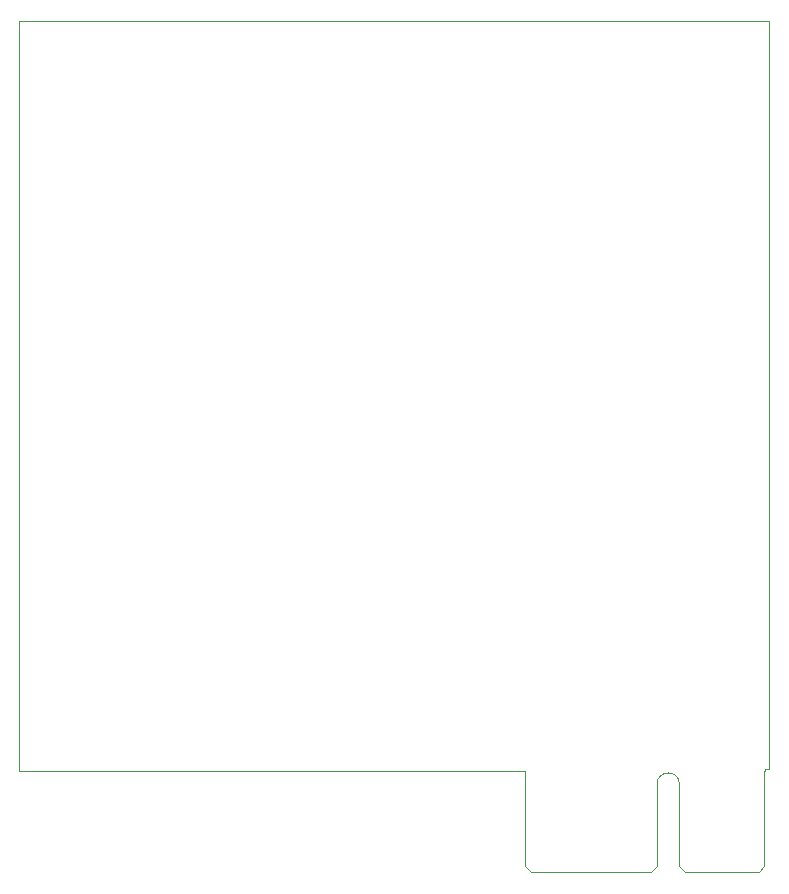
<source format=gbr>
%TF.GenerationSoftware,KiCad,Pcbnew,7.0.1-0*%
%TF.CreationDate,2023-09-14T23:48:01-07:00*%
%TF.ProjectId,TC-board,54432d62-6f61-4726-942e-6b696361645f,rev?*%
%TF.SameCoordinates,Original*%
%TF.FileFunction,Profile,NP*%
%FSLAX46Y46*%
G04 Gerber Fmt 4.6, Leading zero omitted, Abs format (unit mm)*
G04 Created by KiCad (PCBNEW 7.0.1-0) date 2023-09-14 23:48:01*
%MOMM*%
%LPD*%
G01*
G04 APERTURE LIST*
%TA.AperFunction,Profile*%
%ADD10C,0.100000*%
%TD*%
G04 APERTURE END LIST*
D10*
X101600000Y-38100000D02*
X101600000Y-101600000D01*
X101600000Y-101600000D02*
X144400000Y-101600000D01*
X165100000Y-101400000D02*
X165100000Y-38100000D01*
X164690000Y-101410000D02*
X165100000Y-101400000D01*
X165100000Y-38100000D02*
X101600000Y-38100000D01*
X144400000Y-101600000D02*
X144384000Y-101730000D01*
X164684000Y-101730000D02*
X164690000Y-101410000D01*
%TO.C,J2*%
X144384000Y-101730000D02*
X144384000Y-109630000D01*
X144384000Y-109630000D02*
X144884000Y-110130000D01*
X144884000Y-110130000D02*
X155084000Y-110130000D01*
X155584000Y-102680000D02*
X155584000Y-109630000D01*
X155584000Y-109630000D02*
X155084000Y-110130000D01*
X157484000Y-102680000D02*
X157484000Y-109630000D01*
X157484000Y-109630000D02*
X157984000Y-110130000D01*
X157984000Y-110130000D02*
X164184000Y-110130000D01*
X164684000Y-101730000D02*
X164684000Y-109630000D01*
X164684000Y-109630000D02*
X164184000Y-110130000D01*
X157484000Y-102680000D02*
G75*
G03*
X155584000Y-102680000I-950000J0D01*
G01*
%TD*%
M02*

</source>
